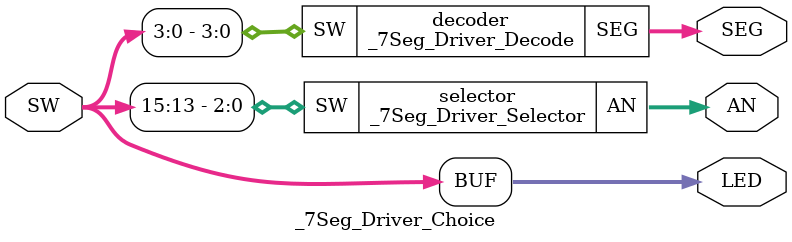
<source format=v>
`timescale 1ns / 1ps

module _7Seg_Driver_Decode(
    input [3:0] SW,        // 4Î»ÊäÈë
    output reg [7:0] SEG   // 7¶ÎÒëÂëÊä³ö£¨regÀàÐÍ£©
);

always @(*) begin
    case (SW)
        4'b0000: SEG = 8'b11000000; // 0
        4'b0001: SEG = 8'b11111001; // 1
        4'b0010: SEG = 8'b10100100; // 2
        4'b0011: SEG = 8'b10110000; // 3
        4'b0100: SEG = 8'b10011001; // 4
        4'b0101: SEG = 8'b10010010; // 5
        4'b0110: SEG = 8'b10000010; // 6
        4'b0111: SEG = 8'b11111000; // 7
        4'b1000: SEG = 8'b10000000; // 8
        4'b1001: SEG = 8'b10011000; // 9
        4'b1010: SEG = 8'b10001000; // A
        4'b1011: SEG = 8'b10000011; // b
        4'b1100: SEG = 8'b11000110; // C
        4'b1101: SEG = 8'b10100001; // d
        4'b1110: SEG = 8'b10000110; // E
        4'b1111: SEG = 8'b10001110; // F
        default: SEG = 8'b11111111; // È«Ãð
    endcase
end

endmodule

//////////////////////////////////////////////////////////////////////////////////
// ÊýÂë¹ÜÑ¡ÔñÄ£¿é£¨¹Ø¼üÐÞ¸Ä£©
//////////////////////////////////////////////////////////////////////////////////
module _7Seg_Driver_Selector(
    input [2:0] SW,        // 3Î»Ñ¡ÔñÐÅºÅ
    output reg [7:0] AN    // Æ¬Ñ¡ÐÅºÅÊä³ö£¨regÀàÐÍ£©
);

always @(*) begin
    // ÓÅ»¯ºóµÄÆ¬Ñ¡Âß¼­
    AN = ~(8'b00000001 << SW);  // µÈ¼ÛÓÚÔ­Ê½ 8'b11111111 - (8'b00000001 << SW)
end

endmodule

//////////////////////////////////////////////////////////////////////////////////
// ¶¥²ãÄ£¿é£¨¹Ø¼üÐÞ¸Ä£©
//////////////////////////////////////////////////////////////////////////////////
module _7Seg_Driver_Choice(
    input [15:0] SW,       // 16Î»²¦Âë¿ª¹Ø
    output [7:0] SEG,      // ¸ÄÎªwireÀàÐÍ£¨ÖØÒª£¡£©
    output [7:0] AN,       // ±£³ÖwireÀàÐÍ
    output [15:0] LED      // LEDÖ±Á¬
);

// Ö±½ÓÊµÀý»¯Á¬½Ó£¨ÒÆ³ýÈßÓàµÄÖÐ¼äÐÅºÅ£©
_7Seg_Driver_Decode decoder (
    .SW(SW[3:0]),         // µÍ4Î»¿ØÖÆÏÔÊ¾ÄÚÈÝ
    .SEG(SEG)             // Ö±½ÓÁ¬½Ó¶¥²ãÊä³ö
);

_7Seg_Driver_Selector selector (
    .SW(SW[15:13]),       // ¸ß3Î»¿ØÖÆÆ¬Ñ¡
    .AN(AN)               // Ö±½ÓÁ¬½Ó¶¥²ãÊä³ö
);

assign LED = SW;          // LEDÖ±Á¬¿ª¹Ø×´Ì¬

endmodule
</source>
